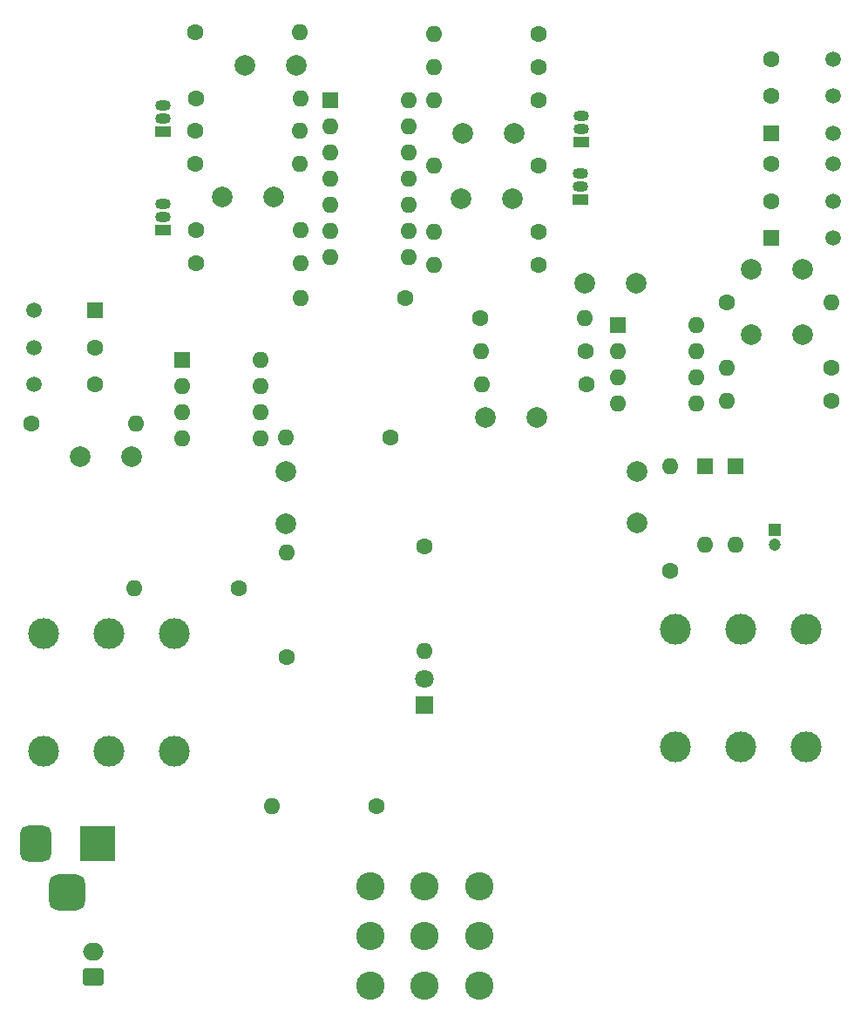
<source format=gbr>
%TF.GenerationSoftware,KiCad,Pcbnew,(6.0.1)*%
%TF.CreationDate,2022-05-04T15:38:42-04:00*%
%TF.ProjectId,phase90plusplus,70686173-6539-4307-906c-7573706c7573,rev?*%
%TF.SameCoordinates,Original*%
%TF.FileFunction,Soldermask,Top*%
%TF.FilePolarity,Negative*%
%FSLAX46Y46*%
G04 Gerber Fmt 4.6, Leading zero omitted, Abs format (unit mm)*
G04 Created by KiCad (PCBNEW (6.0.1)) date 2022-05-04 15:38:42*
%MOMM*%
%LPD*%
G01*
G04 APERTURE LIST*
G04 Aperture macros list*
%AMRoundRect*
0 Rectangle with rounded corners*
0 $1 Rounding radius*
0 $2 $3 $4 $5 $6 $7 $8 $9 X,Y pos of 4 corners*
0 Add a 4 corners polygon primitive as box body*
4,1,4,$2,$3,$4,$5,$6,$7,$8,$9,$2,$3,0*
0 Add four circle primitives for the rounded corners*
1,1,$1+$1,$2,$3*
1,1,$1+$1,$4,$5*
1,1,$1+$1,$6,$7*
1,1,$1+$1,$8,$9*
0 Add four rect primitives between the rounded corners*
20,1,$1+$1,$2,$3,$4,$5,0*
20,1,$1+$1,$4,$5,$6,$7,0*
20,1,$1+$1,$6,$7,$8,$9,0*
20,1,$1+$1,$8,$9,$2,$3,0*%
G04 Aperture macros list end*
%ADD10R,1.600000X1.600000*%
%ADD11O,1.600000X1.600000*%
%ADD12C,2.000000*%
%ADD13C,1.600000*%
%ADD14C,2.743200*%
%ADD15R,1.500000X1.050000*%
%ADD16O,1.500000X1.050000*%
%ADD17C,1.500000*%
%ADD18RoundRect,0.250000X-0.550000X0.550000X-0.550000X-0.550000X0.550000X-0.550000X0.550000X0.550000X0*%
%ADD19C,3.000000*%
%ADD20R,1.200000X1.200000*%
%ADD21C,1.200000*%
%ADD22RoundRect,0.250000X0.550000X-0.550000X0.550000X0.550000X-0.550000X0.550000X-0.550000X-0.550000X0*%
%ADD23R,3.500000X3.500000*%
%ADD24RoundRect,0.750000X-0.750000X-1.000000X0.750000X-1.000000X0.750000X1.000000X-0.750000X1.000000X0*%
%ADD25RoundRect,0.875000X-0.875000X-0.875000X0.875000X-0.875000X0.875000X0.875000X-0.875000X0.875000X0*%
%ADD26R,1.800000X1.800000*%
%ADD27C,1.800000*%
%ADD28RoundRect,0.250000X0.750000X-0.600000X0.750000X0.600000X-0.750000X0.600000X-0.750000X-0.600000X0*%
%ADD29O,2.000000X1.700000*%
G04 APERTURE END LIST*
D10*
%TO.C,U2*%
X195200000Y-62600000D03*
D11*
X195200000Y-65140000D03*
X195200000Y-67680000D03*
X195200000Y-70220000D03*
X202820000Y-70220000D03*
X202820000Y-67680000D03*
X202820000Y-65140000D03*
X202820000Y-62600000D03*
%TD*%
D12*
%TO.C,C11*%
X250500000Y-53800000D03*
X255500000Y-53800000D03*
%TD*%
D10*
%TO.C,D2*%
X246000000Y-72980000D03*
D11*
X246000000Y-80600000D03*
%TD*%
D12*
%TO.C,C10*%
X239400000Y-78430000D03*
X239400000Y-73430000D03*
%TD*%
D13*
%TO.C,R15*%
X196500000Y-30800000D03*
D11*
X206660000Y-30800000D03*
%TD*%
D14*
%TO.C,S1*%
X213451560Y-113801940D03*
X213451560Y-118600000D03*
X213451560Y-123398060D03*
X218750000Y-113801940D03*
X218750000Y-118600000D03*
X218750000Y-123398060D03*
X224048440Y-113801940D03*
X224048440Y-118600000D03*
X224048440Y-123398060D03*
%TD*%
D12*
%TO.C,C3*%
X201280000Y-34000000D03*
X206280000Y-34000000D03*
%TD*%
D13*
%TO.C,R2*%
X196520000Y-37200000D03*
D11*
X206680000Y-37200000D03*
%TD*%
D13*
%TO.C,R7*%
X196500000Y-40385000D03*
D11*
X206660000Y-40385000D03*
%TD*%
D12*
%TO.C,C2*%
X199080000Y-46785000D03*
X204080000Y-46785000D03*
%TD*%
%TO.C,C5*%
X227480000Y-40585000D03*
X222480000Y-40585000D03*
%TD*%
D15*
%TO.C,Q3*%
X233900000Y-47055000D03*
D16*
X233900000Y-45785000D03*
X233900000Y-44515000D03*
%TD*%
D17*
%TO.C,RV1*%
X180775000Y-57800000D03*
X180775000Y-61400000D03*
X180775000Y-65000000D03*
D18*
X186775000Y-57800000D03*
D13*
X186775000Y-61400000D03*
X186775000Y-65000000D03*
%TD*%
%TO.C,R21*%
X234480000Y-65000000D03*
D11*
X224320000Y-65000000D03*
%TD*%
D13*
%TO.C,R8*%
X229860000Y-50185000D03*
D11*
X219700000Y-50185000D03*
%TD*%
D13*
%TO.C,R22*%
X234400000Y-61800000D03*
D11*
X224240000Y-61800000D03*
%TD*%
D19*
%TO.C,J1*%
X188050000Y-100635000D03*
X188050000Y-89205000D03*
X181700000Y-100635000D03*
X181700000Y-89205000D03*
X194400000Y-100635000D03*
X194400000Y-89205000D03*
%TD*%
D13*
%TO.C,R17*%
X229860000Y-34185000D03*
D11*
X219700000Y-34185000D03*
%TD*%
D15*
%TO.C,Q1*%
X193380000Y-49985000D03*
D16*
X193380000Y-48715000D03*
X193380000Y-47445000D03*
%TD*%
D12*
%TO.C,C8*%
X229700000Y-68200000D03*
X224700000Y-68200000D03*
%TD*%
D13*
%TO.C,R1*%
X196580000Y-53185000D03*
D11*
X206740000Y-53185000D03*
%TD*%
D20*
%TO.C,C9*%
X252800000Y-79100000D03*
D21*
X252800000Y-80600000D03*
%TD*%
D13*
%TO.C,R20*%
X224120000Y-58600000D03*
D11*
X234280000Y-58600000D03*
%TD*%
D13*
%TO.C,R12*%
X214080000Y-106000000D03*
D11*
X203920000Y-106000000D03*
%TD*%
D13*
%TO.C,R26*%
X258280000Y-63400000D03*
D11*
X248120000Y-63400000D03*
%TD*%
D17*
%TO.C,RV2*%
X258425000Y-43600000D03*
X258425000Y-47200000D03*
X258425000Y-50800000D03*
D22*
X252425000Y-50800000D03*
D13*
X252425000Y-47200000D03*
X252425000Y-43600000D03*
%TD*%
D15*
%TO.C,Q2*%
X193340000Y-40455000D03*
D16*
X193340000Y-39185000D03*
X193340000Y-37915000D03*
%TD*%
D13*
%TO.C,R23*%
X258280000Y-66600000D03*
D11*
X248120000Y-66600000D03*
%TD*%
D23*
%TO.C,J3*%
X187000000Y-109642500D03*
D24*
X181000000Y-109642500D03*
D25*
X184000000Y-114342500D03*
%TD*%
D13*
%TO.C,R24*%
X242648440Y-83140000D03*
D11*
X242648440Y-72980000D03*
%TD*%
D10*
%TO.C,D3*%
X249000000Y-72980000D03*
D11*
X249000000Y-80600000D03*
%TD*%
D13*
%TO.C,R25*%
X248120000Y-57000000D03*
D11*
X258280000Y-57000000D03*
%TD*%
D12*
%TO.C,C4*%
X227280000Y-46985000D03*
X222280000Y-46985000D03*
%TD*%
D13*
%TO.C,R5*%
X180520000Y-68800000D03*
D11*
X190680000Y-68800000D03*
%TD*%
D12*
%TO.C,C12*%
X255500000Y-60200000D03*
X250500000Y-60200000D03*
%TD*%
D19*
%TO.C,J2*%
X249450000Y-88815000D03*
X249450000Y-100245000D03*
X255800000Y-88815000D03*
X255800000Y-100245000D03*
X243100000Y-88815000D03*
X243100000Y-100245000D03*
%TD*%
D13*
%TO.C,R11*%
X205400000Y-91480000D03*
D11*
X205400000Y-81320000D03*
%TD*%
D10*
%TO.C,U1*%
X209580000Y-37360000D03*
D11*
X209580000Y-39900000D03*
X209580000Y-42440000D03*
X209580000Y-44980000D03*
X209580000Y-47520000D03*
X209580000Y-50060000D03*
X209580000Y-52600000D03*
X217200000Y-52600000D03*
X217200000Y-50060000D03*
X217200000Y-47520000D03*
X217200000Y-44980000D03*
X217200000Y-42440000D03*
X217200000Y-39900000D03*
X217200000Y-37360000D03*
%TD*%
D13*
%TO.C,R16*%
X229860000Y-43785000D03*
D11*
X219700000Y-43785000D03*
%TD*%
D13*
%TO.C,R4*%
X229860000Y-30985000D03*
D11*
X219700000Y-30985000D03*
%TD*%
D10*
%TO.C,LFO1*%
X237520000Y-59200000D03*
D11*
X237520000Y-61740000D03*
X237520000Y-64280000D03*
X237520000Y-66820000D03*
X245140000Y-66820000D03*
X245140000Y-64280000D03*
X245140000Y-61740000D03*
X245140000Y-59200000D03*
%TD*%
D13*
%TO.C,R18*%
X200680000Y-84800000D03*
D11*
X190520000Y-84800000D03*
%TD*%
D13*
%TO.C,R3*%
X229860000Y-53385000D03*
D11*
X219700000Y-53385000D03*
%TD*%
D17*
%TO.C,RV3*%
X258425000Y-37000000D03*
X258425000Y-40600000D03*
X258425000Y-33400000D03*
D22*
X252425000Y-40600000D03*
D13*
X252425000Y-37000000D03*
X252425000Y-33400000D03*
%TD*%
D12*
%TO.C,C7*%
X239300000Y-55200000D03*
X234300000Y-55200000D03*
%TD*%
D13*
%TO.C,R10*%
X216860000Y-56585000D03*
D11*
X206700000Y-56585000D03*
%TD*%
D13*
%TO.C,R13*%
X215480000Y-70200000D03*
D11*
X205320000Y-70200000D03*
%TD*%
D12*
%TO.C,C6*%
X190300000Y-72000000D03*
X185300000Y-72000000D03*
%TD*%
D26*
%TO.C,D1*%
X218750000Y-96125000D03*
D27*
X218750000Y-93585000D03*
%TD*%
D12*
%TO.C,C1*%
X205320000Y-78500000D03*
X205320000Y-73500000D03*
%TD*%
D13*
%TO.C,R14*%
X196500000Y-43585000D03*
D11*
X206660000Y-43585000D03*
%TD*%
D13*
%TO.C,R19*%
X218750000Y-80720000D03*
D11*
X218750000Y-90880000D03*
%TD*%
D13*
%TO.C,R9*%
X229860000Y-37385000D03*
D11*
X219700000Y-37385000D03*
%TD*%
D13*
%TO.C,R6*%
X196580000Y-49985000D03*
D11*
X206740000Y-49985000D03*
%TD*%
D15*
%TO.C,Q4*%
X233940000Y-41455000D03*
D16*
X233940000Y-40185000D03*
X233940000Y-38915000D03*
%TD*%
D28*
%TO.C,BT1*%
X186532500Y-122600000D03*
D29*
X186532500Y-120100000D03*
%TD*%
M02*

</source>
